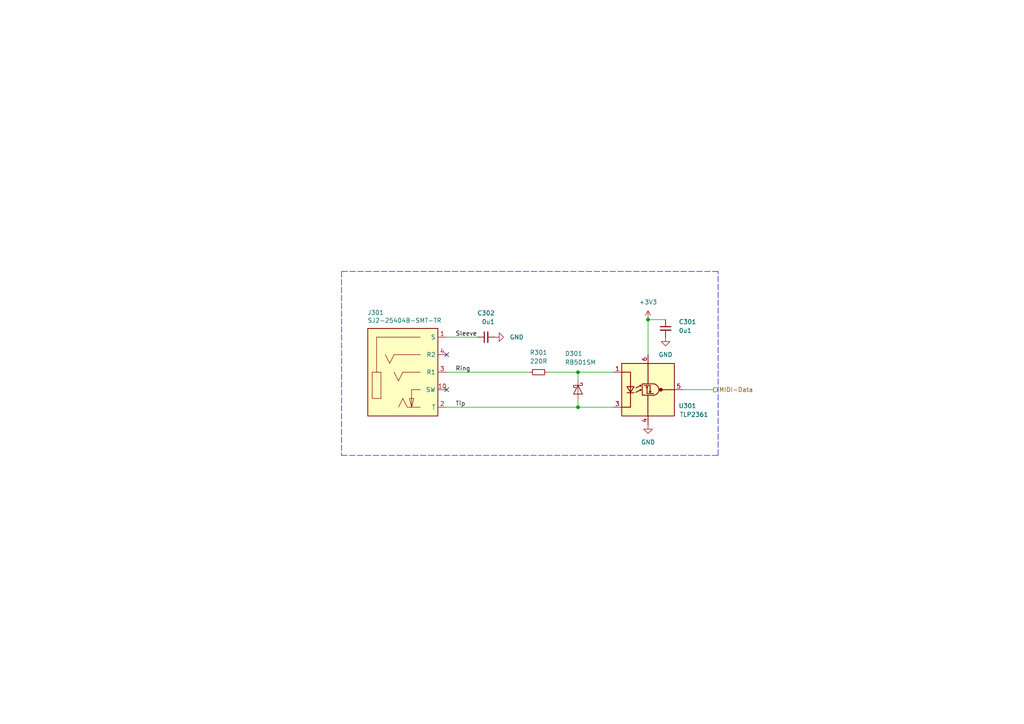
<source format=kicad_sch>
(kicad_sch (version 20250114) (generator "eeschema") (generator_version "9.0")
  (paper "A4")
  (title_block (title "MIDI In") (date "2025-09-19") (rev "3"))
  (lib_symbols
    (symbol "Device:C_Small" (pin_numbers (hide yes)) (pin_names (offset 0.254) (hide yes))
      (property "Reference" "C" (at 0.254 1.778 0))
      (property "Value" "C_Small" (at 0.254 -2.032 0))
      (symbol "C_Small_0_1"
        (polyline (pts (xy -1.524 0.508) (xy 1.524 0.508)) (stroke (width 0.3048)))
        (polyline (pts (xy -1.524 -0.508) (xy 1.524 -0.508)) (stroke (width 0.3302)))
      )
      (symbol "C_Small_1_1"
        (pin passive line (at 0 2.54 270) (length 2.032) (name "~") (number "1"))
        (pin passive line (at 0 -2.54 90) (length 2.032) (name "~") (number "2"))
      )
    )
    (symbol "Device:R_Small" (pin_numbers (hide yes)) (pin_names (offset 0.254) (hide yes))
      (property "Reference" "R" (at 0 0 90))
      (property "Value" "R_Small" (at 1.778 0 90))
      (symbol "R_Small_0_1"
        (rectangle (start -0.762 1.778) (end 0.762 -1.778) (stroke (width 0.2032)))
      )
      (symbol "R_Small_1_1"
        (pin passive line (at 0 2.54 270) (length 0.762) (name "~") (number "1"))
        (pin passive line (at 0 -2.54 90) (length 0.762) (name "~") (number "2"))
      )
    )
    (symbol "V2_Connector_Audio:SJ2-25404B-SMT-TR" (pin_names (offset 0.635))
      (property "Reference" "J" (at -10.1854 15.2654 0))
      (property "Value" "SJ2-25404B-SMT-TR" (at -10.414 -17.78 0))
      (symbol "SJ2-25404B-SMT-TR_0_0"
        (rectangle (start -10.16 12.7) (end 10.16 -12.7) (stroke (width 0.254)) (fill (type background)))
        (polyline (pts (xy -8.89 0) (xy -8.89 -7.62)) (stroke (width 0.1524)))
        (polyline (pts (xy -8.89 -7.62) (xy -6.35 -7.62)) (stroke (width 0.1524)))
        (polyline (pts (xy -7.62 10.16) (xy -7.62 0)) (stroke (width 0.1524)))
        (polyline (pts (xy -7.62 0) (xy -8.89 0)) (stroke (width 0.1524)))
        (polyline (pts (xy -6.35 0) (xy -7.62 0)) (stroke (width 0.1524)))
        (polyline (pts (xy -6.35 -7.62) (xy -6.35 0)) (stroke (width 0.1524)))
        (polyline (pts (xy -3.81 2.54) (xy -5.08 5.08)) (stroke (width 0.1524)))
        (polyline (pts (xy -2.54 5.08) (xy -3.81 2.54)) (stroke (width 0.1524)))
        (polyline (pts (xy -1.27 -2.54) (xy -2.54 0)) (stroke (width 0.1524)))
        (polyline (pts (xy 0 0) (xy -1.27 -2.54)) (stroke (width 0.1524)))
        (polyline (pts (xy 0 -7.62) (xy -1.27 -10.16)) (stroke (width 0.1524)))
        (polyline (pts (xy 1.27 -10.16) (xy 0 -7.62)) (stroke (width 0.1524)))
        (polyline (pts (xy 2.54 -5.08) (xy 2.54 -10.16)) (stroke (width 0.1524)))
        (polyline (pts (xy 2.54 -10.16) (xy 1.27 -10.16)) (stroke (width 0.1524)))
        (polyline (pts (xy 2.54 -10.16) (xy 1.905 -7.62) (xy 3.175 -7.62) (xy 2.54 -10.16)) (stroke (width 0.1524)) (fill (type background)))
        (polyline (pts (xy 5.08 10.16) (xy -7.62 10.16)) (stroke (width 0.1524)))
        (polyline (pts (xy 5.08 5.08) (xy -2.54 5.08)) (stroke (width 0.1524)))
        (polyline (pts (xy 5.08 0) (xy 0 0)) (stroke (width 0.1524)))
        (polyline (pts (xy 5.08 -5.08) (xy 2.54 -5.08)) (stroke (width 0.1524)))
        (polyline (pts (xy 5.08 -10.16) (xy 2.54 -10.16)) (stroke (width 0.1524)))
      )
      (symbol "SJ2-25404B-SMT-TR_1_0"
        (pin passive line (at 12.7 10.16 180) (length 2.54) (name "S") (number "1"))
        (pin passive line (at 12.7 5.08 180) (length 2.54) (name "R2") (number "4"))
        (pin passive line (at 12.7 0 180) (length 2.54) (name "R1") (number "3"))
        (pin passive line (at 12.7 -5.08 180) (length 2.54) (name "SW") (number "10"))
        (pin passive line (at 12.7 -10.16 180) (length 2.54) (name "T") (number "2"))
      )
    )
    (symbol "V2_Diode:RB501SM" (pin_numbers (hide yes)) (pin_names (hide yes))
      (property "Reference" "D" (at 0 2.54 0))
      (property "Value" "RB501SM" (at 0 -3.81 0))
      (symbol "RB501SM_0_1"
        (polyline (pts (xy -1.905 0.635) (xy -1.905 1.27) (xy -1.27 1.27) (xy -1.27 -1.27) (xy -0.635 -1.27) (xy -0.635 -0.635)) (stroke (width 0.2032)))
        (polyline (pts (xy 1.27 1.27) (xy 1.27 -1.27) (xy -1.27 0) (xy 1.27 1.27)) (stroke (width 0.2032)))
        (polyline (pts (xy 1.27 0) (xy -1.27 0)))
      )
      (symbol "RB501SM_1_1"
        (pin passive line (at -2.54 0 0) (length 1.27) (name "K") (number "1"))
        (pin passive line (at 2.54 0 180) (length 1.27) (name "A") (number "2"))
      )
    )
    (symbol "V2_Isolator:TLP2361" (pin_names (offset 1.016) (hide yes))
      (property "Reference" "U" (at -7.112 8.89 0))
      (property "Value" "TLP2361" (at 1.016 9.144 0))
      (symbol "TLP2361_0_1"
        (rectangle (start -7.62 7.62) (end 7.62 -7.62) (stroke (width 0.254)) (fill (type background)))
        (polyline (pts (xy -7.62 -5.08) (xy -5.08 -5.08) (xy -5.08 -1.27)) (stroke (width 0.254)))
        (polyline (pts (xy -6.096 0.889) (xy -4.064 0.889) (xy -5.08 -0.762) (xy -6.096 0.889)) (stroke (width 0.254)))
        (polyline (pts (xy -6.096 -0.889) (xy -4.064 -0.889)) (stroke (width 0.254)))
        (polyline (pts (xy -5.08 1.27) (xy -5.08 0.9144)) (stroke (width 0.254)))
        (polyline (pts (xy -5.08 1.27) (xy -5.08 5.08) (xy -7.62 5.08)) (stroke (width 0.254)))
        (polyline (pts (xy -5.08 1.016) (xy -5.08 -0.762)) (stroke (width 0.254)))
        (polyline (pts (xy -5.08 -1.27) (xy -5.08 -0.9144)) (stroke (width 0.254)))
        (polyline (pts (xy -3.556 0.508) (xy -2.032 1.27)) (stroke (width 0.254)))
        (polyline (pts (xy -3.556 -0.762) (xy -2.032 0)) (stroke (width 0.254)))
        (polyline (pts (xy -2.032 1.27) (xy -2.3368 1.3208)) (stroke (width 0.254)))
        (polyline (pts (xy -2.032 1.27) (xy -2.1844 0.9652)) (stroke (width 0.254)))
        (polyline (pts (xy -2.032 0) (xy -2.3368 0.0508)) (stroke (width 0.254)))
        (polyline (pts (xy -2.032 0) (xy -2.1844 -0.3048)) (stroke (width 0.254)))
        (polyline (pts (xy -0.3048 0.9398) (xy -0.5588 0.6858) (xy -0.0508 0.6858) (xy -0.3048 0.9398)) (stroke (width 0.254)))
        (polyline (pts (xy -0.2794 0.6604) (xy -0.2794 -1.1176) (xy 1.6002 -1.1176)) (stroke (width 0.254)))
        (polyline (pts (xy -0.0508 -7.6962) (xy -0.0508 -1.7272)) (stroke (width 0.254)))
        (polyline (pts (xy 0 7.6454) (xy 0 1.8034)) (stroke (width 0.254)))
        (polyline (pts (xy 0.5842 -0.7874) (xy 0.3302 -0.5334) (xy 0.8382 -0.5334)) (stroke (width 0.254)))
        (polyline (pts (xy 0.6096 -0.8128) (xy 0.6096 1.2446) (xy -1.0668 1.2446)) (stroke (width 0.254)))
        (polyline (pts (xy 0.8382 -0.5334) (xy 0.5842 -0.8128)) (stroke (width 0.254)))
        (arc (start 1.3716 1.7272) (mid 2.6235 1.2011) (end 3.1496 -0.0508) (stroke (width 0.254)))
        (polyline (pts (xy 1.3716 1.7018) (xy -1.6764 1.7018) (xy -1.6764 -1.6002) (xy 1.3716 -1.6002)) (stroke (width 0.254)))
        (arc (start 3.175 -0.0762) (mid 2.6016 -1.2063) (end 1.397 -1.6002) (stroke (width 0.254)))
        (circle (center 3.7084 0) (radius 0.4572) (fill (type outline)))
        (polyline (pts (xy 7.747 0) (xy 4.064 0)) (stroke (width 0.254)))
      )
      (symbol "TLP2361_1_1"
        (pin passive line (at -10.16 5.08 0) (length 2.54) (name "A") (number "1"))
        (pin passive line (at -10.16 -5.08 0) (length 2.54) (name "K") (number "3"))
        (pin power_in line (at 0 10.16 270) (length 2.54) (name "VDD") (number "6"))
        (pin power_in line (at 0 -10.16 90) (length 2.54) (name "GND") (number "4"))
        (pin output line (at 10.16 0 180) (length 2.54) (name "VO") (number "5"))
      )
    )
    (symbol "power:+3V3" (power) (pin_numbers (hide yes)) (pin_names (offset 0) (hide yes))
      (property "Value" "+3V3" (at 0 3.556 0))
      (symbol "+3V3_0_1"
        (polyline (pts (xy -0.762 1.27) (xy 0 2.54)))
        (polyline (pts (xy 0 2.54) (xy 0.762 1.27)))
        (polyline (pts (xy 0 0) (xy 0 2.54)))
      )
      (symbol "+3V3_1_1"
        (pin power_in line (at 0 0 90) (length 0) (name "~") (number "1"))
      )
    )
    (symbol "power:GND" (power) (pin_numbers (hide yes)) (pin_names (offset 0) (hide yes))
      (property "Value" "GND" (at 0 -3.81 0))
      (symbol "GND_0_1"
        (polyline (pts (xy 0 0) (xy 0 -1.27) (xy 1.27 -1.27) (xy 0 -2.54) (xy -1.27 -1.27) (xy 0 -1.27)))
      )
      (symbol "GND_1_1"
        (pin power_in line (at 0 0 270) (length 0) (name "~") (number "1"))
      )
    )
  )
  (junction (at 187.96 92.71))
  (junction (at 167.64 107.95))
  (junction (at 167.64 118.11))
  (no_connect (at 129.54 113.03))
  (no_connect (at 129.54 102.87))
  (wire (pts (xy 167.64 107.95) (xy 167.64 110.49)))
  (wire (pts (xy 158.75 107.95) (xy 167.64 107.95)))
  (wire (pts (xy 167.64 118.11) (xy 177.8 118.11)))
  (wire (pts (xy 167.64 115.57) (xy 167.64 118.11)))
  (wire (pts (xy 129.54 107.95) (xy 153.67 107.95)))
  (wire (pts (xy 167.64 107.95) (xy 177.8 107.95)))
  (polyline (pts (xy 208.28 78.74) (xy 99.06 78.74)) (stroke (width 0) (type dash)))
  (wire (pts (xy 198.12 113.03) (xy 207.01 113.03)))
  (wire (pts (xy 129.54 97.79) (xy 138.43 97.79)))
  (wire (pts (xy 129.54 118.11) (xy 167.64 118.11)))
  (wire (pts (xy 187.96 92.71) (xy 187.96 102.87)))
  (polyline (pts (xy 208.28 132.08) (xy 208.28 78.74)) (stroke (width 0) (type dash)))
  (wire (pts (xy 187.96 92.71) (xy 193.04 92.71)))
  (polyline (pts (xy 99.06 132.08) (xy 208.28 132.08)) (stroke (width 0) (type dash)))
  (polyline (pts (xy 99.06 78.74) (xy 99.06 132.08)) (stroke (width 0) (type dash)))
  (label "Ring" (at 132.08 107.95 0))
  (label "Tip" (at 132.08 118.11 0))
  (label "Sleeve" (at 132.08 97.79 0))
  (hierarchical_label "MIDI-Data" (shape output) (at 207.01 113.03 0))
  (symbol (lib_id "V2_Connector_Audio:SJ2-25404B-SMT-TR") (at 116.84 107.95 0) (unit 1)
    (property "Reference" "J301" (at 108.966 90.678 0))
    (property "Value" "SJ2-25404B-SMT-TR" (at 117.348 92.964 0))
    (property "Footprint" "V2_Connector_Audio:CUI_SJ2-25404B-SMT-TR" (effects (hide yes)))
    (property "Mouser" "490-SJ2-25404BSMT-TR" (effects (hide yes)))
    (property "Product" "SJ2-25404B-SMT-TR" (effects (hide yes)))
    (property "Manufacturer" "Same Sky" (effects (hide yes)))
  )
  (symbol (lib_id "power:GND") (at 143.51 97.79 90) (unit 1)
    (property "Reference" "#PWR0302" (effects (hide yes)))
    (property "Value" "GND" (at 149.86 97.79 90))
    (property "Description" "Power symbol creates a global label with name \"GND\" , ground" (effects (hide yes)))
  )
  (symbol (lib_id "Device:C_Small") (at 140.97 97.79 90) (unit 1)
    (property "Reference" "C302" (at 143.5162 90.805 90) (effects (justify left)))
    (property "Value" "0u1" (at 143.5162 93.345 90) (effects (justify left)))
    (property "Footprint" "Capacitor_SMD:C_0603_1608Metric" (effects (hide yes)))
    (property "Description" "Unpolarized capacitor, small symbol" (effects (hide yes)))
  )
  (symbol (lib_id "V2_Isolator:TLP2361") (at 187.96 113.03 0) (unit 1)
    (property "Reference" "U301" (at 199.39 117.7036 0))
    (property "Value" "TLP2361" (at 201.295 120.2436 0))
    (property "Footprint" "Package_SO:SO-5-6_4.55x3.7mm_P1.27mm" (effects (hide yes)))
    (property "Mouser" "757-TLP2361TPRE" (effects (hide yes)))
    (property "Product" "TLP2361(TPR,E" (effects (hide yes)))
    (property "Manufacturer" "Toshiba" (effects (hide yes)))
  )
  (symbol (lib_id "Device:C_Small") (at 193.04 95.25 0) (unit 1)
    (property "Reference" "C301" (at 196.85 93.3512 0) (effects (justify left)))
    (property "Value" "0u1" (at 196.85 95.8912 0) (effects (justify left)))
    (property "Footprint" "Capacitor_SMD:C_0603_1608Metric" (effects (hide yes)))
    (property "Description" "Unpolarized capacitor, small symbol" (effects (hide yes)))
  )
  (symbol (lib_id "V2_Diode:RB501SM") (at 167.64 113.03 270) (unit 1)
    (property "Reference" "D301" (at 163.83 102.5524 90) (effects (justify left)))
    (property "Value" "RB501SM" (at 163.83 105.0924 90) (effects (justify left)))
    (property "Footprint" "Diode_SMD:D_SOD-523" (effects (hide yes)))
    (property "Mouser" "755-RB501SM-30FHT2R" (effects (hide yes)))
    (property "Product" "RB501SM-30FHT2R" (effects (hide yes)))
    (property "Manufacturer" "ROHM Semiconductor" (effects (hide yes)))
  )
  (symbol (lib_id "power:GND") (at 187.96 123.19 0) (unit 1)
    (property "Reference" "#PWR0304" (effects (hide yes)))
    (property "Value" "GND" (at 187.96 128.27 0))
    (property "Description" "Power symbol creates a global label with name \"GND\" , ground" (effects (hide yes)))
  )
  (symbol (lib_id "Device:R_Small") (at 156.21 107.95 90) (unit 1)
    (property "Reference" "R301" (at 156.21 102.235 90))
    (property "Value" "220R" (at 156.21 104.775 90))
    (property "Footprint" "Resistor_SMD:R_0603_1608Metric" (effects (hide yes)))
    (property "Description" "Resistor, small symbol" (effects (hide yes)))
  )
  (symbol (lib_id "power:+3V3") (at 187.96 92.71 0) (unit 1)
    (property "Reference" "#PWR0301" (effects (hide yes)))
    (property "Value" "+3V3" (at 187.96 87.63 0))
    (property "Description" "Power symbol creates a global label with name \"+3V3\"" (effects (hide yes)))
  )
  (symbol (lib_id "power:GND") (at 193.04 97.79 0) (unit 1)
    (property "Reference" "#PWR0303" (effects (hide yes)))
    (property "Value" "GND" (at 193.04 102.87 0))
    (property "Description" "Power symbol creates a global label with name \"GND\" , ground" (effects (hide yes)))
  )
)
</source>
